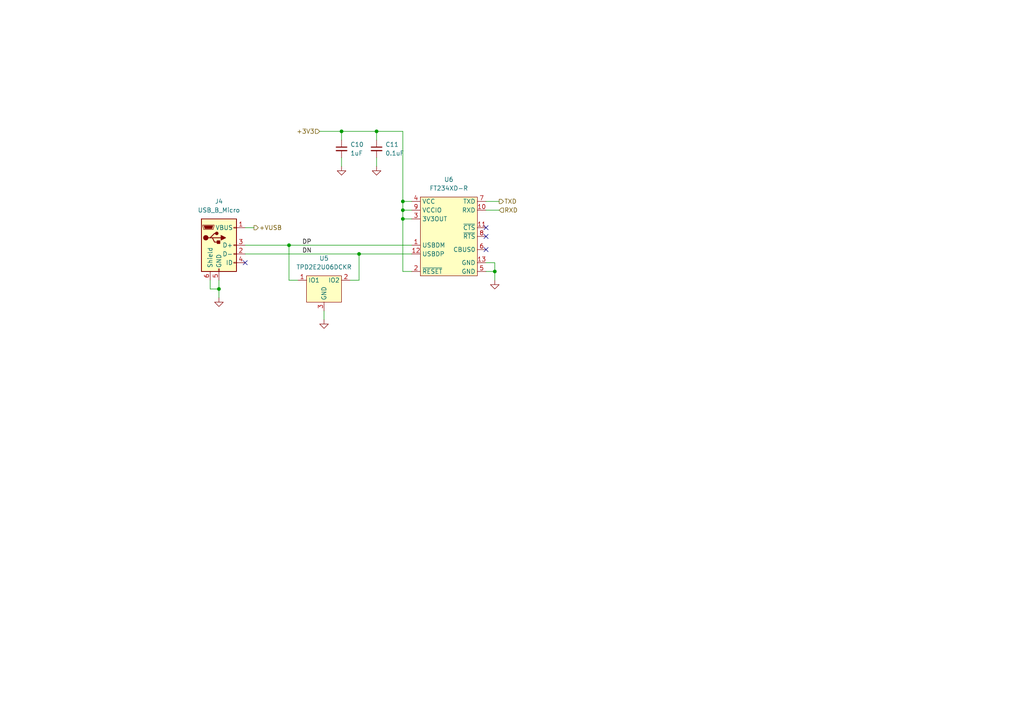
<source format=kicad_sch>
(kicad_sch (version 20211123) (generator eeschema)
  (paper "A4")
  (lib_symbols
    (symbol "Connector:USB_B_Micro" (pin_names (offset 1.016))
      (property "Reference" "J" (at -5.08 11.43 0))
      (property "Value" "USB_B_Micro" (at -5.08 8.89 0))
      (symbol "USB_B_Micro_0_1"
        (rectangle (start -5.08 -7.62) (end 5.08 7.62) (stroke (width 0.254)) (fill (type background)))
        (circle (center -3.81 2.159) (radius 0.635) (stroke (width 0.254)) (fill (type outline)))
        (circle (center -0.635 3.429) (radius 0.381) (stroke (width 0.254)) (fill (type outline)))
        (rectangle (start -0.127 -7.62) (end 0.127 -6.858))
        (polyline (pts (xy -1.905 2.159) (xy 0.635 2.159)) (stroke (width 0.254)))
        (polyline (pts (xy -3.175 2.159) (xy -2.54 2.159) (xy -1.27 3.429) (xy -0.635 3.429)) (stroke (width 0.254)))
        (polyline (pts (xy -2.54 2.159) (xy -1.905 2.159) (xy -1.27 0.889) (xy 0 0.889)) (stroke (width 0.254)))
        (polyline (pts (xy 0.635 2.794) (xy 0.635 1.524) (xy 1.905 2.159) (xy 0.635 2.794)) (stroke (width 0.254)) (fill (type outline)))
        (polyline (pts (xy -4.318 5.588) (xy -1.778 5.588) (xy -2.032 4.826) (xy -4.064 4.826) (xy -4.318 5.588)) (fill (type outline)))
        (polyline (pts (xy -4.699 5.842) (xy -4.699 5.588) (xy -4.445 4.826) (xy -4.445 4.572) (xy -1.651 4.572) (xy -1.651 4.826) (xy -1.397 5.588) (xy -1.397 5.842) (xy -4.699 5.842)))
        (rectangle (start 0.254 1.27) (end -0.508 0.508) (stroke (width 0.254)) (fill (type outline)))
        (rectangle (start 5.08 -5.207) (end 4.318 -4.953))
        (rectangle (start 5.08 -2.667) (end 4.318 -2.413))
        (rectangle (start 5.08 -0.127) (end 4.318 0.127))
        (rectangle (start 5.08 4.953) (end 4.318 5.207))
      )
      (symbol "USB_B_Micro_1_1"
        (pin power_out line (at 7.62 5.08 180) (length 2.54) (name "VBUS") (number "1"))
        (pin bidirectional line (at 7.62 -2.54 180) (length 2.54) (name "D-") (number "2"))
        (pin bidirectional line (at 7.62 0 180) (length 2.54) (name "D+") (number "3"))
        (pin passive line (at 7.62 -5.08 180) (length 2.54) (name "ID") (number "4"))
        (pin power_out line (at 0 -10.16 90) (length 2.54) (name "GND") (number "5"))
        (pin passive line (at -2.54 -10.16 90) (length 2.54) (name "Shield") (number "6"))
      )
    )
    (symbol "Device:C_Small" (pin_numbers hide) (pin_names (offset 0.254) hide)
      (property "Reference" "C" (at 0.254 1.778 0))
      (property "Value" "C_Small" (at 0.254 -2.032 0))
      (symbol "C_Small_0_1"
        (polyline (pts (xy -1.524 -0.508) (xy 1.524 -0.508)) (stroke (width 0.3302)))
        (polyline (pts (xy -1.524 0.508) (xy 1.524 0.508)) (stroke (width 0.3048)))
      )
      (symbol "C_Small_1_1"
        (pin passive line (at 0 2.54 270) (length 2.032) (name "~") (number "1"))
        (pin passive line (at 0 -2.54 90) (length 2.032) (name "~") (number "2"))
      )
    )
    (symbol "ProjectSymbols:FT234XD-R"
      (property "Reference" "U" (at -8.89 12.7 0))
      (property "Value" "FT234XD-R" (at 2.54 12.7 0))
      (symbol "FT234XD-R_0_0"
        (pin input line (at -11.43 -2.54 0) (length 2.54) (name "USBDM") (number "1"))
        (pin input line (at 10.16 7.62 180) (length 2.54) (name "RXD") (number "10"))
        (pin input line (at 10.16 2.54 180) (length 2.54) (name "~{CTS}") (number "11"))
        (pin input line (at -11.43 -5.08 0) (length 2.54) (name "USBDP") (number "12"))
        (pin power_in line (at 10.16 -7.62 180) (length 2.54) (name "GND") (number "13"))
        (pin input line (at -11.43 -10.16 0) (length 2.54) (name "~{RESET}") (number "2"))
        (pin power_in line (at -11.43 5.08 0) (length 2.54) (name "3V3OUT") (number "3"))
        (pin power_in line (at -11.43 10.16 0) (length 2.54) (name "VCC") (number "4"))
        (pin power_in line (at 10.16 -10.16 180) (length 2.54) (name "GND") (number "5"))
        (pin bidirectional line (at 10.16 -3.81 180) (length 2.54) (name "CBUS0") (number "6"))
        (pin output line (at 10.16 10.16 180) (length 2.54) (name "TXD") (number "7"))
        (pin output line (at 10.16 0 180) (length 2.54) (name "~{RTS}") (number "8"))
        (pin power_in line (at -11.43 7.62 0) (length 2.54) (name "VCCIO") (number "9"))
      )
      (symbol "FT234XD-R_0_1"
        (rectangle (start -8.89 11.43) (end 7.62 -11.43) (fill (type background)))
      )
    )
    (symbol "ProjectSymbols:TPD2E2U06DCKR"
      (property "Reference" "U" (at 2.54 -3.81 0))
      (property "Value" "TPD2E2U06DCKR" (at 0 6.35 0))
      (symbol "TPD2E2U06DCKR_0_0"
        (pin input line (at -7.62 3.81 0) (length 2.54) (name "IO1") (number "1"))
        (pin input line (at 7.62 3.81 180) (length 2.54) (name "IO2") (number "2"))
        (pin power_out line (at 0 -5.08 90) (length 2.54) (name "GND") (number "3"))
      )
      (symbol "TPD2E2U06DCKR_0_1"
        (rectangle (start -5.08 5.08) (end 5.08 -2.54) (fill (type background)))
      )
    )
    (symbol "power:GND" (power) (pin_names (offset 0))
      (property "Value" "GND" (at 0 -3.81 0))
      (symbol "GND_0_1"
        (polyline (pts (xy 0 0) (xy 0 -1.27) (xy 1.27 -1.27) (xy 0 -2.54) (xy -1.27 -1.27) (xy 0 -1.27)))
      )
      (symbol "GND_1_1"
        (pin power_in line (at 0 0 270) (length 0) hide (name "GND") (number "1"))
      )
    )
  )
  (junction (at 63.5 83.82))
  (junction (at 99.06 38.1))
  (junction (at 116.84 60.96))
  (junction (at 109.22 38.1))
  (junction (at 116.84 63.5))
  (junction (at 83.82 71.12))
  (junction (at 143.51 78.74))
  (junction (at 104.14 73.66))
  (junction (at 116.84 58.42))
  (no_connect (at 71.12 76.2))
  (no_connect (at 140.97 72.39))
  (no_connect (at 140.97 66.04))
  (no_connect (at 140.97 68.58))
  (wire (pts (xy 83.82 71.12) (xy 119.38 71.12)))
  (wire (pts (xy 63.5 83.82) (xy 63.5 86.36)))
  (wire (pts (xy 116.84 63.5) (xy 119.38 63.5)))
  (wire (pts (xy 104.14 73.66) (xy 119.38 73.66)))
  (wire (pts (xy 143.51 81.28) (xy 143.51 78.74)))
  (wire (pts (xy 140.97 60.96) (xy 144.78 60.96)))
  (wire (pts (xy 99.06 45.72) (xy 99.06 48.26)))
  (wire (pts (xy 116.84 63.5) (xy 116.84 78.74)))
  (wire (pts (xy 71.12 66.04) (xy 73.66 66.04)))
  (wire (pts (xy 116.84 60.96) (xy 119.38 60.96)))
  (wire (pts (xy 101.6 81.28) (xy 104.14 81.28)))
  (wire (pts (xy 140.97 78.74) (xy 143.51 78.74)))
  (wire (pts (xy 109.22 45.72) (xy 109.22 48.26)))
  (wire (pts (xy 93.98 90.17) (xy 93.98 92.71)))
  (wire (pts (xy 116.84 38.1) (xy 116.84 58.42)))
  (wire (pts (xy 92.71 38.1) (xy 99.06 38.1)))
  (wire (pts (xy 143.51 78.74) (xy 143.51 76.2)))
  (wire (pts (xy 60.96 81.28) (xy 60.96 83.82)))
  (wire (pts (xy 143.51 76.2) (xy 140.97 76.2)))
  (wire (pts (xy 83.82 71.12) (xy 83.82 81.28)))
  (wire (pts (xy 86.36 81.28) (xy 83.82 81.28)))
  (wire (pts (xy 60.96 83.82) (xy 63.5 83.82)))
  (wire (pts (xy 116.84 60.96) (xy 116.84 63.5)))
  (wire (pts (xy 104.14 73.66) (xy 104.14 81.28)))
  (wire (pts (xy 99.06 38.1) (xy 99.06 40.64)))
  (wire (pts (xy 99.06 38.1) (xy 109.22 38.1)))
  (wire (pts (xy 63.5 83.82) (xy 63.5 81.28)))
  (wire (pts (xy 109.22 38.1) (xy 109.22 40.64)))
  (wire (pts (xy 116.84 58.42) (xy 119.38 58.42)))
  (wire (pts (xy 109.22 38.1) (xy 116.84 38.1)))
  (wire (pts (xy 71.12 73.66) (xy 104.14 73.66)))
  (wire (pts (xy 71.12 71.12) (xy 83.82 71.12)))
  (wire (pts (xy 140.97 58.42) (xy 144.78 58.42)))
  (wire (pts (xy 119.38 78.74) (xy 116.84 78.74)))
  (wire (pts (xy 116.84 58.42) (xy 116.84 60.96)))
  (label "DP" (at 87.63 71.12 0))
  (label "DN" (at 87.63 73.66 0))
  (hierarchical_label "RXD" (shape input) (at 144.78 60.96 0))
  (hierarchical_label "+VUSB" (shape output) (at 73.66 66.04 0))
  (hierarchical_label "TXD" (shape output) (at 144.78 58.42 0))
  (hierarchical_label "+3V3" (shape input) (at 92.71 38.1 180))
  (symbol (lib_id "power:GND") (at 93.98 92.71 0) (unit 1)
    (property "Reference" "#PWR019" (effects hide))
    (property "Value" "GND" (effects hide))
  )
  (symbol (lib_id "power:GND") (at 99.06 48.26 0) (unit 1)
    (property "Reference" "#PWR020" (effects hide))
    (property "Value" "GND" (effects hide))
  )
  (symbol (lib_id "power:GND") (at 143.51 81.28 0) (unit 1)
    (property "Reference" "#PWR022" (effects hide))
    (property "Value" "GND" (effects hide))
  )
  (symbol (lib_id "power:GND") (at 63.5 86.36 0) (unit 1)
    (property "Reference" "#PWR018" (effects hide))
    (property "Value" "GND" (effects hide))
  )
  (symbol (lib_id "ProjectSymbols:TPD2E2U06DCKR") (at 93.98 85.09 0) (unit 1)
    (property "Reference" "U5" (at 93.98 74.93 0))
    (property "Value" "TPD2E2U06DCKR" (at 93.98 77.47 0))
    (property "Footprint" "Package_TO_SOT_SMD:SOT-323_SC-70" (effects hide))
    (property "MPN" "TPD2E2U06DCKR" (effects hide))
  )
  (symbol (lib_id "ProjectSymbols:FT234XD-R") (at 130.81 68.58 0) (unit 1)
    (property "Reference" "U6" (at 130.175 52.07 0))
    (property "Value" "FT234XD-R" (at 130.175 54.61 0))
    (property "Footprint" "Package_DFN_QFN:DFN-12-1EP_3x3mm_P0.5mm_EP1.6x2.5mm" (effects hide))
    (property "MPN" "FT234XD-R" (effects hide))
  )
  (symbol (lib_id "Device:C_Small") (at 109.22 43.18 0) (unit 1)
    (property "Reference" "C11" (at 111.76 41.9162 0) (effects (justify left)))
    (property "Value" "0.1uF" (at 111.76 44.4562 0) (effects (justify left)))
    (property "Footprint" "Capacitor_SMD:C_0402_1005Metric" (effects hide))
    (property "MPN" "CC0402KPX7R8BB104" (effects hide))
  )
  (symbol (lib_id "Connector:USB_B_Micro") (at 63.5 71.12 0) (unit 1)
    (property "Reference" "J4" (at 63.5 58.42 0))
    (property "Value" "USB_B_Micro" (at 63.5 60.96 0))
    (property "Footprint" "Footprints:CUI_UJ2-MIBH-G-SMT-TR" (effects hide))
    (property "MPN" "UJ2-MIBH-G-SMT-TR" (effects hide))
  )
  (symbol (lib_id "power:GND") (at 109.22 48.26 0) (unit 1)
    (property "Reference" "#PWR021" (effects hide))
    (property "Value" "GND" (effects hide))
  )
  (symbol (lib_id "Device:C_Small") (at 99.06 43.18 0) (unit 1)
    (property "Reference" "C10" (at 101.6 41.9162 0) (effects (justify left)))
    (property "Value" "1uF" (at 101.6 44.4562 0) (effects (justify left)))
    (property "Footprint" "Capacitor_SMD:C_0402_1005Metric" (effects hide))
    (property "MPN" "CC0402KRX5R8BB105" (effects hide))
  )
)
</source>
